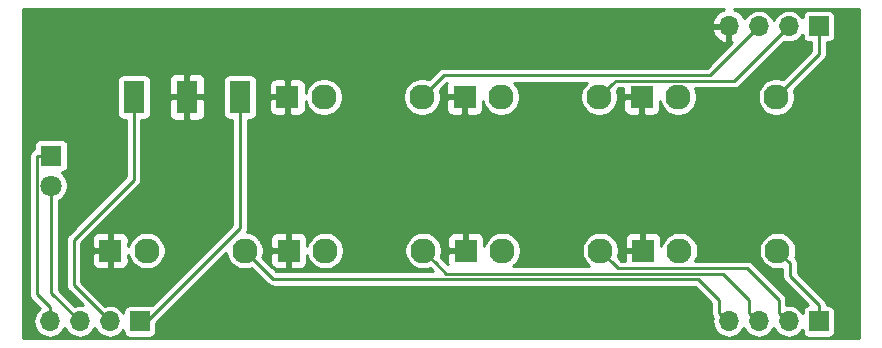
<source format=gbr>
G04 #@! TF.GenerationSoftware,KiCad,Pcbnew,(5.1.4)-1*
G04 #@! TF.CreationDate,2020-09-19T19:50:50+08:00*
G04 #@! TF.ProjectId,Rev2_Panel1,52657632-5f50-4616-9e65-6c312e6b6963,rev?*
G04 #@! TF.SameCoordinates,Original*
G04 #@! TF.FileFunction,Copper,L1,Top*
G04 #@! TF.FilePolarity,Positive*
%FSLAX46Y46*%
G04 Gerber Fmt 4.6, Leading zero omitted, Abs format (unit mm)*
G04 Created by KiCad (PCBNEW (5.1.4)-1) date 2020-09-19 19:50:50*
%MOMM*%
%LPD*%
G04 APERTURE LIST*
%ADD10C,2.130000*%
%ADD11R,1.830000X1.930000*%
%ADD12O,1.700000X1.700000*%
%ADD13R,1.700000X1.700000*%
%ADD14R,1.800000X2.800000*%
%ADD15C,1.800000*%
%ADD16R,1.800000X1.800000*%
%ADD17C,0.800000*%
%ADD18C,0.250000*%
%ADD19C,0.254000*%
G04 APERTURE END LIST*
D10*
X171000000Y-89500000D03*
D11*
X159600000Y-89500000D03*
D10*
X162700000Y-89500000D03*
X185900000Y-76500000D03*
D11*
X174500000Y-76500000D03*
D10*
X177600000Y-76500000D03*
X156000000Y-89500000D03*
D11*
X144600000Y-89500000D03*
D10*
X147700000Y-89500000D03*
D12*
X181880000Y-70500000D03*
X184420000Y-70500000D03*
X186960000Y-70500000D03*
D13*
X189500000Y-70500000D03*
D14*
X131500000Y-76500000D03*
X136000000Y-76500000D03*
X140500000Y-76500000D03*
D10*
X170900000Y-76500000D03*
D11*
X159500000Y-76500000D03*
D10*
X162600000Y-76500000D03*
X155900000Y-76500000D03*
D11*
X144500000Y-76500000D03*
D10*
X147600000Y-76500000D03*
D12*
X124380000Y-95500000D03*
X126920000Y-95500000D03*
X129460000Y-95500000D03*
D13*
X132000000Y-95500000D03*
D12*
X181880000Y-95500000D03*
X184420000Y-95500000D03*
X186960000Y-95500000D03*
D13*
X189500000Y-95500000D03*
D10*
X140900000Y-89500000D03*
D11*
X129500000Y-89500000D03*
D10*
X132600000Y-89500000D03*
D15*
X124500000Y-84000000D03*
D16*
X124500000Y-81460000D03*
D10*
X186000000Y-89500000D03*
D11*
X174600000Y-89500000D03*
D10*
X177700000Y-89500000D03*
D17*
X144500000Y-95500000D03*
X144500000Y-83000000D03*
X174500000Y-83000000D03*
D18*
X189500000Y-72900000D02*
X185900000Y-76500000D01*
X189500000Y-70500000D02*
X189500000Y-72900000D01*
X186000000Y-89500000D02*
X187064999Y-90564999D01*
X189500000Y-95600000D02*
X189500000Y-94100000D01*
X187064999Y-91664999D02*
X189500000Y-94100000D01*
X187064999Y-90564999D02*
X187064999Y-91664999D01*
X157740011Y-74659989D02*
X156964999Y-75435001D01*
X184420000Y-70500000D02*
X180260011Y-74659989D01*
X156964999Y-75435001D02*
X155900000Y-76500000D01*
X180260011Y-74659989D02*
X157740011Y-74659989D01*
X143300020Y-91900020D02*
X141964999Y-90564999D01*
X181030001Y-94750001D02*
X181030001Y-93650001D01*
X181880000Y-95600000D02*
X181030001Y-94750001D01*
X179280020Y-91900020D02*
X143300020Y-91900020D01*
X181030001Y-93650001D02*
X179280020Y-91900020D01*
X141964999Y-90564999D02*
X140900000Y-89500000D01*
X157950010Y-91450010D02*
X157064999Y-90564999D01*
X183570001Y-93650001D02*
X181370010Y-91450010D01*
X184420000Y-95600000D02*
X183570001Y-94750001D01*
X183570001Y-94750001D02*
X183570001Y-93650001D01*
X181370010Y-91450010D02*
X157950010Y-91450010D01*
X157064999Y-90564999D02*
X156000000Y-89500000D01*
X186110001Y-93650001D02*
X183460000Y-91000000D01*
X186960000Y-95600000D02*
X186110001Y-94750001D01*
X172064999Y-90564999D02*
X171000000Y-89500000D01*
X183460000Y-91000000D02*
X172500000Y-91000000D01*
X172500000Y-91000000D02*
X172064999Y-90564999D01*
X186110001Y-94750001D02*
X186110001Y-93650001D01*
X171964999Y-75435001D02*
X170900000Y-76500000D01*
X182350001Y-75109999D02*
X172290001Y-75109999D01*
X186960000Y-70500000D02*
X182350001Y-75109999D01*
X172290001Y-75109999D02*
X171964999Y-75435001D01*
X124500000Y-93080000D02*
X126920000Y-95500000D01*
X124500000Y-84000000D02*
X124500000Y-93080000D01*
X124380000Y-84120000D02*
X124500000Y-84000000D01*
X140500000Y-87600000D02*
X132600000Y-95500000D01*
X140500000Y-76500000D02*
X140500000Y-87600000D01*
X132600000Y-95500000D02*
X131500000Y-95500000D01*
X124380000Y-94297919D02*
X123274999Y-93192918D01*
X124380000Y-95500000D02*
X124380000Y-94297919D01*
X123274999Y-81535001D02*
X123350000Y-81460000D01*
X123274999Y-93192918D02*
X123274999Y-81535001D01*
X123350000Y-81460000D02*
X124500000Y-81460000D01*
X131500000Y-76500000D02*
X131500000Y-83500000D01*
X126420000Y-92460000D02*
X129460000Y-95500000D01*
X126420000Y-88580000D02*
X126420000Y-92460000D01*
X131500000Y-83500000D02*
X126420000Y-88580000D01*
D19*
G36*
X181375901Y-69103175D02*
G01*
X181113080Y-69228359D01*
X180879731Y-69402412D01*
X180684822Y-69618645D01*
X180535843Y-69868748D01*
X180438519Y-70143109D01*
X180559186Y-70373000D01*
X181753000Y-70373000D01*
X181753000Y-70353000D01*
X182007000Y-70353000D01*
X182007000Y-70373000D01*
X182027000Y-70373000D01*
X182027000Y-70627000D01*
X182007000Y-70627000D01*
X182007000Y-71820155D01*
X182118785Y-71879148D01*
X179989945Y-74007989D01*
X157772025Y-74007989D01*
X157740010Y-74004836D01*
X157707996Y-74007989D01*
X157707989Y-74007989D01*
X157624838Y-74016179D01*
X157612196Y-74017424D01*
X157489294Y-74054706D01*
X157376027Y-74115248D01*
X157276747Y-74196725D01*
X157256331Y-74221602D01*
X156526613Y-74951321D01*
X156526608Y-74951325D01*
X156466464Y-75011469D01*
X156364369Y-74969180D01*
X156056798Y-74908000D01*
X155743202Y-74908000D01*
X155435631Y-74969180D01*
X155145905Y-75089188D01*
X154885159Y-75263413D01*
X154663413Y-75485159D01*
X154489188Y-75745905D01*
X154369180Y-76035631D01*
X154308000Y-76343202D01*
X154308000Y-76656798D01*
X154369180Y-76964369D01*
X154489188Y-77254095D01*
X154663413Y-77514841D01*
X154885159Y-77736587D01*
X155145905Y-77910812D01*
X155435631Y-78030820D01*
X155743202Y-78092000D01*
X156056798Y-78092000D01*
X156364369Y-78030820D01*
X156654095Y-77910812D01*
X156914841Y-77736587D01*
X157136587Y-77514841D01*
X157169889Y-77465000D01*
X157946928Y-77465000D01*
X157959188Y-77589482D01*
X157995498Y-77709180D01*
X158054463Y-77819494D01*
X158133815Y-77916185D01*
X158230506Y-77995537D01*
X158340820Y-78054502D01*
X158460518Y-78090812D01*
X158585000Y-78103072D01*
X159214250Y-78100000D01*
X159373000Y-77941250D01*
X159373000Y-76627000D01*
X158108750Y-76627000D01*
X157950000Y-76785750D01*
X157946928Y-77465000D01*
X157169889Y-77465000D01*
X157310812Y-77254095D01*
X157430820Y-76964369D01*
X157492000Y-76656798D01*
X157492000Y-76343202D01*
X157430820Y-76035631D01*
X157388531Y-75933536D01*
X157448675Y-75873392D01*
X157448679Y-75873387D01*
X157979932Y-75342135D01*
X157959188Y-75410518D01*
X157946928Y-75535000D01*
X157950000Y-76214250D01*
X158108750Y-76373000D01*
X159373000Y-76373000D01*
X159373000Y-76353000D01*
X159627000Y-76353000D01*
X159627000Y-76373000D01*
X159647000Y-76373000D01*
X159647000Y-76627000D01*
X159627000Y-76627000D01*
X159627000Y-77941250D01*
X159785750Y-78100000D01*
X160415000Y-78103072D01*
X160539482Y-78090812D01*
X160659180Y-78054502D01*
X160769494Y-77995537D01*
X160866185Y-77916185D01*
X160945537Y-77819494D01*
X161004502Y-77709180D01*
X161040812Y-77589482D01*
X161053072Y-77465000D01*
X161050380Y-76869857D01*
X161069180Y-76964369D01*
X161189188Y-77254095D01*
X161363413Y-77514841D01*
X161585159Y-77736587D01*
X161845905Y-77910812D01*
X162135631Y-78030820D01*
X162443202Y-78092000D01*
X162756798Y-78092000D01*
X163064369Y-78030820D01*
X163354095Y-77910812D01*
X163614841Y-77736587D01*
X163836587Y-77514841D01*
X164010812Y-77254095D01*
X164130820Y-76964369D01*
X164192000Y-76656798D01*
X164192000Y-76343202D01*
X164130820Y-76035631D01*
X164010812Y-75745905D01*
X163836587Y-75485159D01*
X163663417Y-75311989D01*
X169836583Y-75311989D01*
X169663413Y-75485159D01*
X169489188Y-75745905D01*
X169369180Y-76035631D01*
X169308000Y-76343202D01*
X169308000Y-76656798D01*
X169369180Y-76964369D01*
X169489188Y-77254095D01*
X169663413Y-77514841D01*
X169885159Y-77736587D01*
X170145905Y-77910812D01*
X170435631Y-78030820D01*
X170743202Y-78092000D01*
X171056798Y-78092000D01*
X171364369Y-78030820D01*
X171654095Y-77910812D01*
X171914841Y-77736587D01*
X172136587Y-77514841D01*
X172169889Y-77465000D01*
X172946928Y-77465000D01*
X172959188Y-77589482D01*
X172995498Y-77709180D01*
X173054463Y-77819494D01*
X173133815Y-77916185D01*
X173230506Y-77995537D01*
X173340820Y-78054502D01*
X173460518Y-78090812D01*
X173585000Y-78103072D01*
X174214250Y-78100000D01*
X174373000Y-77941250D01*
X174373000Y-76627000D01*
X173108750Y-76627000D01*
X172950000Y-76785750D01*
X172946928Y-77465000D01*
X172169889Y-77465000D01*
X172310812Y-77254095D01*
X172430820Y-76964369D01*
X172492000Y-76656798D01*
X172492000Y-76343202D01*
X172430820Y-76035631D01*
X172388531Y-75933536D01*
X172448675Y-75873392D01*
X172448680Y-75873386D01*
X172560067Y-75761999D01*
X172947955Y-75761999D01*
X172950000Y-76214250D01*
X173108750Y-76373000D01*
X174373000Y-76373000D01*
X174373000Y-76353000D01*
X174627000Y-76353000D01*
X174627000Y-76373000D01*
X174647000Y-76373000D01*
X174647000Y-76627000D01*
X174627000Y-76627000D01*
X174627000Y-77941250D01*
X174785750Y-78100000D01*
X175415000Y-78103072D01*
X175539482Y-78090812D01*
X175659180Y-78054502D01*
X175769494Y-77995537D01*
X175866185Y-77916185D01*
X175945537Y-77819494D01*
X176004502Y-77709180D01*
X176040812Y-77589482D01*
X176053072Y-77465000D01*
X176050380Y-76869857D01*
X176069180Y-76964369D01*
X176189188Y-77254095D01*
X176363413Y-77514841D01*
X176585159Y-77736587D01*
X176845905Y-77910812D01*
X177135631Y-78030820D01*
X177443202Y-78092000D01*
X177756798Y-78092000D01*
X178064369Y-78030820D01*
X178354095Y-77910812D01*
X178614841Y-77736587D01*
X178836587Y-77514841D01*
X179010812Y-77254095D01*
X179130820Y-76964369D01*
X179192000Y-76656798D01*
X179192000Y-76343202D01*
X179130820Y-76035631D01*
X179017478Y-75761999D01*
X182317979Y-75761999D01*
X182350001Y-75765153D01*
X182382023Y-75761999D01*
X182477815Y-75752564D01*
X182600718Y-75715282D01*
X182713985Y-75654740D01*
X182813265Y-75573263D01*
X182833686Y-75548380D01*
X186563411Y-71818656D01*
X186690061Y-71857075D01*
X186892360Y-71877000D01*
X187027640Y-71877000D01*
X187229939Y-71857075D01*
X187489505Y-71778337D01*
X187728721Y-71650473D01*
X187938397Y-71478397D01*
X188110473Y-71268721D01*
X188120451Y-71250054D01*
X188120451Y-71350000D01*
X188130626Y-71453310D01*
X188160761Y-71552650D01*
X188209696Y-71644202D01*
X188275552Y-71724448D01*
X188355798Y-71790304D01*
X188447350Y-71839239D01*
X188546690Y-71869374D01*
X188650000Y-71879549D01*
X188848001Y-71879549D01*
X188848001Y-72629932D01*
X186466465Y-75011469D01*
X186364369Y-74969180D01*
X186056798Y-74908000D01*
X185743202Y-74908000D01*
X185435631Y-74969180D01*
X185145905Y-75089188D01*
X184885159Y-75263413D01*
X184663413Y-75485159D01*
X184489188Y-75745905D01*
X184369180Y-76035631D01*
X184308000Y-76343202D01*
X184308000Y-76656798D01*
X184369180Y-76964369D01*
X184489188Y-77254095D01*
X184663413Y-77514841D01*
X184885159Y-77736587D01*
X185145905Y-77910812D01*
X185435631Y-78030820D01*
X185743202Y-78092000D01*
X186056798Y-78092000D01*
X186364369Y-78030820D01*
X186654095Y-77910812D01*
X186914841Y-77736587D01*
X187136587Y-77514841D01*
X187310812Y-77254095D01*
X187430820Y-76964369D01*
X187492000Y-76656798D01*
X187492000Y-76343202D01*
X187430820Y-76035631D01*
X187388531Y-75933535D01*
X189938387Y-73383680D01*
X189963264Y-73363264D01*
X190044741Y-73263984D01*
X190105283Y-73150717D01*
X190142565Y-73027814D01*
X190152000Y-72932022D01*
X190155154Y-72900000D01*
X190152000Y-72867978D01*
X190152000Y-71879549D01*
X190350000Y-71879549D01*
X190453310Y-71869374D01*
X190552650Y-71839239D01*
X190644202Y-71790304D01*
X190724448Y-71724448D01*
X190790304Y-71644202D01*
X190839239Y-71552650D01*
X190869374Y-71453310D01*
X190879549Y-71350000D01*
X190879549Y-69650000D01*
X190869374Y-69546690D01*
X190839239Y-69447350D01*
X190790304Y-69355798D01*
X190724448Y-69275552D01*
X190644202Y-69209696D01*
X190552650Y-69160761D01*
X190453310Y-69130626D01*
X190350000Y-69120451D01*
X188650000Y-69120451D01*
X188546690Y-69130626D01*
X188447350Y-69160761D01*
X188355798Y-69209696D01*
X188275552Y-69275552D01*
X188209696Y-69355798D01*
X188160761Y-69447350D01*
X188130626Y-69546690D01*
X188120451Y-69650000D01*
X188120451Y-69749946D01*
X188110473Y-69731279D01*
X187938397Y-69521603D01*
X187728721Y-69349527D01*
X187489505Y-69221663D01*
X187229939Y-69142925D01*
X187027640Y-69123000D01*
X186892360Y-69123000D01*
X186690061Y-69142925D01*
X186430495Y-69221663D01*
X186191279Y-69349527D01*
X185981603Y-69521603D01*
X185809527Y-69731279D01*
X185690000Y-69954898D01*
X185570473Y-69731279D01*
X185398397Y-69521603D01*
X185188721Y-69349527D01*
X184949505Y-69221663D01*
X184689939Y-69142925D01*
X184487640Y-69123000D01*
X184352360Y-69123000D01*
X184150061Y-69142925D01*
X183890495Y-69221663D01*
X183651279Y-69349527D01*
X183441603Y-69521603D01*
X183269527Y-69731279D01*
X183209342Y-69843877D01*
X183075178Y-69618645D01*
X182880269Y-69402412D01*
X182646920Y-69228359D01*
X182384099Y-69103175D01*
X182297803Y-69077000D01*
X192923001Y-69077000D01*
X192923000Y-96923000D01*
X122077000Y-96923000D01*
X122077000Y-81535001D01*
X122619845Y-81535001D01*
X122623000Y-81567033D01*
X122622999Y-93160896D01*
X122619845Y-93192918D01*
X122622999Y-93224939D01*
X122632434Y-93320731D01*
X122669716Y-93443634D01*
X122730258Y-93556901D01*
X122811735Y-93656182D01*
X122836618Y-93676603D01*
X123555400Y-94395386D01*
X123401603Y-94521603D01*
X123229527Y-94731279D01*
X123101663Y-94970495D01*
X123022925Y-95230061D01*
X122996338Y-95500000D01*
X123022925Y-95769939D01*
X123101663Y-96029505D01*
X123229527Y-96268721D01*
X123401603Y-96478397D01*
X123611279Y-96650473D01*
X123850495Y-96778337D01*
X124110061Y-96857075D01*
X124312360Y-96877000D01*
X124447640Y-96877000D01*
X124649939Y-96857075D01*
X124909505Y-96778337D01*
X125148721Y-96650473D01*
X125358397Y-96478397D01*
X125530473Y-96268721D01*
X125650000Y-96045102D01*
X125769527Y-96268721D01*
X125941603Y-96478397D01*
X126151279Y-96650473D01*
X126390495Y-96778337D01*
X126650061Y-96857075D01*
X126852360Y-96877000D01*
X126987640Y-96877000D01*
X127189939Y-96857075D01*
X127449505Y-96778337D01*
X127688721Y-96650473D01*
X127898397Y-96478397D01*
X128070473Y-96268721D01*
X128190000Y-96045102D01*
X128309527Y-96268721D01*
X128481603Y-96478397D01*
X128691279Y-96650473D01*
X128930495Y-96778337D01*
X129190061Y-96857075D01*
X129392360Y-96877000D01*
X129527640Y-96877000D01*
X129729939Y-96857075D01*
X129989505Y-96778337D01*
X130228721Y-96650473D01*
X130438397Y-96478397D01*
X130610473Y-96268721D01*
X130620451Y-96250054D01*
X130620451Y-96350000D01*
X130630626Y-96453310D01*
X130660761Y-96552650D01*
X130709696Y-96644202D01*
X130775552Y-96724448D01*
X130855798Y-96790304D01*
X130947350Y-96839239D01*
X131046690Y-96869374D01*
X131150000Y-96879549D01*
X132850000Y-96879549D01*
X132953310Y-96869374D01*
X133052650Y-96839239D01*
X133144202Y-96790304D01*
X133224448Y-96724448D01*
X133290304Y-96644202D01*
X133339239Y-96552650D01*
X133369374Y-96453310D01*
X133379549Y-96350000D01*
X133379549Y-95642517D01*
X139317502Y-89704565D01*
X139369180Y-89964369D01*
X139489188Y-90254095D01*
X139663413Y-90514841D01*
X139885159Y-90736587D01*
X140145905Y-90910812D01*
X140435631Y-91030820D01*
X140743202Y-91092000D01*
X141056798Y-91092000D01*
X141364369Y-91030820D01*
X141466464Y-90988531D01*
X141526608Y-91048675D01*
X141526613Y-91048679D01*
X142816340Y-92338407D01*
X142836756Y-92363284D01*
X142936036Y-92444761D01*
X143049303Y-92505303D01*
X143172205Y-92542585D01*
X143300020Y-92555174D01*
X143332042Y-92552020D01*
X179009954Y-92552020D01*
X180378002Y-93920069D01*
X180378001Y-94717978D01*
X180374847Y-94750001D01*
X180387436Y-94877815D01*
X180415550Y-94970495D01*
X180424718Y-95000717D01*
X180485260Y-95113984D01*
X180538469Y-95178820D01*
X180522925Y-95230061D01*
X180496338Y-95500000D01*
X180522925Y-95769939D01*
X180601663Y-96029505D01*
X180729527Y-96268721D01*
X180901603Y-96478397D01*
X181111279Y-96650473D01*
X181350495Y-96778337D01*
X181610061Y-96857075D01*
X181812360Y-96877000D01*
X181947640Y-96877000D01*
X182149939Y-96857075D01*
X182409505Y-96778337D01*
X182648721Y-96650473D01*
X182858397Y-96478397D01*
X183030473Y-96268721D01*
X183150000Y-96045102D01*
X183269527Y-96268721D01*
X183441603Y-96478397D01*
X183651279Y-96650473D01*
X183890495Y-96778337D01*
X184150061Y-96857075D01*
X184352360Y-96877000D01*
X184487640Y-96877000D01*
X184689939Y-96857075D01*
X184949505Y-96778337D01*
X185188721Y-96650473D01*
X185398397Y-96478397D01*
X185570473Y-96268721D01*
X185690000Y-96045102D01*
X185809527Y-96268721D01*
X185981603Y-96478397D01*
X186191279Y-96650473D01*
X186430495Y-96778337D01*
X186690061Y-96857075D01*
X186892360Y-96877000D01*
X187027640Y-96877000D01*
X187229939Y-96857075D01*
X187489505Y-96778337D01*
X187728721Y-96650473D01*
X187938397Y-96478397D01*
X188110473Y-96268721D01*
X188120451Y-96250054D01*
X188120451Y-96350000D01*
X188130626Y-96453310D01*
X188160761Y-96552650D01*
X188209696Y-96644202D01*
X188275552Y-96724448D01*
X188355798Y-96790304D01*
X188447350Y-96839239D01*
X188546690Y-96869374D01*
X188650000Y-96879549D01*
X190350000Y-96879549D01*
X190453310Y-96869374D01*
X190552650Y-96839239D01*
X190644202Y-96790304D01*
X190724448Y-96724448D01*
X190790304Y-96644202D01*
X190839239Y-96552650D01*
X190869374Y-96453310D01*
X190879549Y-96350000D01*
X190879549Y-94650000D01*
X190869374Y-94546690D01*
X190839239Y-94447350D01*
X190790304Y-94355798D01*
X190724448Y-94275552D01*
X190644202Y-94209696D01*
X190552650Y-94160761D01*
X190453310Y-94130626D01*
X190350000Y-94120451D01*
X190153139Y-94120451D01*
X190155153Y-94099999D01*
X190152000Y-94067985D01*
X190152000Y-94067978D01*
X190142565Y-93972186D01*
X190130962Y-93933934D01*
X190105283Y-93849283D01*
X190077979Y-93798201D01*
X190044741Y-93736016D01*
X189963264Y-93636736D01*
X189938387Y-93616320D01*
X187716999Y-91394933D01*
X187716999Y-90597020D01*
X187720153Y-90564998D01*
X187707564Y-90437184D01*
X187670282Y-90314282D01*
X187609740Y-90201015D01*
X187528263Y-90101735D01*
X187503387Y-90081320D01*
X187488531Y-90066464D01*
X187530820Y-89964369D01*
X187592000Y-89656798D01*
X187592000Y-89343202D01*
X187530820Y-89035631D01*
X187410812Y-88745905D01*
X187236587Y-88485159D01*
X187014841Y-88263413D01*
X186754095Y-88089188D01*
X186464369Y-87969180D01*
X186156798Y-87908000D01*
X185843202Y-87908000D01*
X185535631Y-87969180D01*
X185245905Y-88089188D01*
X184985159Y-88263413D01*
X184763413Y-88485159D01*
X184589188Y-88745905D01*
X184469180Y-89035631D01*
X184408000Y-89343202D01*
X184408000Y-89656798D01*
X184469180Y-89964369D01*
X184589188Y-90254095D01*
X184763413Y-90514841D01*
X184985159Y-90736587D01*
X185245905Y-90910812D01*
X185535631Y-91030820D01*
X185843202Y-91092000D01*
X186156798Y-91092000D01*
X186412999Y-91041038D01*
X186413000Y-91632967D01*
X186409845Y-91664999D01*
X186422434Y-91792813D01*
X186459716Y-91915715D01*
X186459717Y-91915716D01*
X186520259Y-92028983D01*
X186601736Y-92128263D01*
X186626613Y-92148679D01*
X188603012Y-94125079D01*
X188546690Y-94130626D01*
X188447350Y-94160761D01*
X188355798Y-94209696D01*
X188275552Y-94275552D01*
X188209696Y-94355798D01*
X188160761Y-94447350D01*
X188130626Y-94546690D01*
X188120451Y-94650000D01*
X188120451Y-94749946D01*
X188110473Y-94731279D01*
X187938397Y-94521603D01*
X187728721Y-94349527D01*
X187489505Y-94221663D01*
X187229939Y-94142925D01*
X187027640Y-94123000D01*
X186892360Y-94123000D01*
X186762001Y-94135839D01*
X186762001Y-93682015D01*
X186765154Y-93650000D01*
X186762001Y-93617986D01*
X186762001Y-93617979D01*
X186752566Y-93522187D01*
X186715284Y-93399284D01*
X186654742Y-93286017D01*
X186573265Y-93186737D01*
X186548388Y-93166321D01*
X183943685Y-90561619D01*
X183923264Y-90536736D01*
X183823984Y-90455259D01*
X183710717Y-90394717D01*
X183587814Y-90357435D01*
X183492022Y-90348000D01*
X183460000Y-90344846D01*
X183427978Y-90348000D01*
X179048067Y-90348000D01*
X179110812Y-90254095D01*
X179230820Y-89964369D01*
X179292000Y-89656798D01*
X179292000Y-89343202D01*
X179230820Y-89035631D01*
X179110812Y-88745905D01*
X178936587Y-88485159D01*
X178714841Y-88263413D01*
X178454095Y-88089188D01*
X178164369Y-87969180D01*
X177856798Y-87908000D01*
X177543202Y-87908000D01*
X177235631Y-87969180D01*
X176945905Y-88089188D01*
X176685159Y-88263413D01*
X176463413Y-88485159D01*
X176289188Y-88745905D01*
X176169180Y-89035631D01*
X176150380Y-89130143D01*
X176153072Y-88535000D01*
X176140812Y-88410518D01*
X176104502Y-88290820D01*
X176045537Y-88180506D01*
X175966185Y-88083815D01*
X175869494Y-88004463D01*
X175759180Y-87945498D01*
X175639482Y-87909188D01*
X175515000Y-87896928D01*
X174885750Y-87900000D01*
X174727000Y-88058750D01*
X174727000Y-89373000D01*
X174747000Y-89373000D01*
X174747000Y-89627000D01*
X174727000Y-89627000D01*
X174727000Y-89647000D01*
X174473000Y-89647000D01*
X174473000Y-89627000D01*
X173208750Y-89627000D01*
X173050000Y-89785750D01*
X173047457Y-90348000D01*
X172770066Y-90348000D01*
X172548680Y-90126614D01*
X172548675Y-90126608D01*
X172488531Y-90066464D01*
X172530820Y-89964369D01*
X172592000Y-89656798D01*
X172592000Y-89343202D01*
X172530820Y-89035631D01*
X172410812Y-88745905D01*
X172269890Y-88535000D01*
X173046928Y-88535000D01*
X173050000Y-89214250D01*
X173208750Y-89373000D01*
X174473000Y-89373000D01*
X174473000Y-88058750D01*
X174314250Y-87900000D01*
X173685000Y-87896928D01*
X173560518Y-87909188D01*
X173440820Y-87945498D01*
X173330506Y-88004463D01*
X173233815Y-88083815D01*
X173154463Y-88180506D01*
X173095498Y-88290820D01*
X173059188Y-88410518D01*
X173046928Y-88535000D01*
X172269890Y-88535000D01*
X172236587Y-88485159D01*
X172014841Y-88263413D01*
X171754095Y-88089188D01*
X171464369Y-87969180D01*
X171156798Y-87908000D01*
X170843202Y-87908000D01*
X170535631Y-87969180D01*
X170245905Y-88089188D01*
X169985159Y-88263413D01*
X169763413Y-88485159D01*
X169589188Y-88745905D01*
X169469180Y-89035631D01*
X169408000Y-89343202D01*
X169408000Y-89656798D01*
X169469180Y-89964369D01*
X169589188Y-90254095D01*
X169763413Y-90514841D01*
X169985159Y-90736587D01*
X170077085Y-90798010D01*
X163622915Y-90798010D01*
X163714841Y-90736587D01*
X163936587Y-90514841D01*
X164110812Y-90254095D01*
X164230820Y-89964369D01*
X164292000Y-89656798D01*
X164292000Y-89343202D01*
X164230820Y-89035631D01*
X164110812Y-88745905D01*
X163936587Y-88485159D01*
X163714841Y-88263413D01*
X163454095Y-88089188D01*
X163164369Y-87969180D01*
X162856798Y-87908000D01*
X162543202Y-87908000D01*
X162235631Y-87969180D01*
X161945905Y-88089188D01*
X161685159Y-88263413D01*
X161463413Y-88485159D01*
X161289188Y-88745905D01*
X161169180Y-89035631D01*
X161150380Y-89130143D01*
X161153072Y-88535000D01*
X161140812Y-88410518D01*
X161104502Y-88290820D01*
X161045537Y-88180506D01*
X160966185Y-88083815D01*
X160869494Y-88004463D01*
X160759180Y-87945498D01*
X160639482Y-87909188D01*
X160515000Y-87896928D01*
X159885750Y-87900000D01*
X159727000Y-88058750D01*
X159727000Y-89373000D01*
X159747000Y-89373000D01*
X159747000Y-89627000D01*
X159727000Y-89627000D01*
X159727000Y-89647000D01*
X159473000Y-89647000D01*
X159473000Y-89627000D01*
X158208750Y-89627000D01*
X158050000Y-89785750D01*
X158046928Y-90465000D01*
X158059188Y-90589482D01*
X158079932Y-90657865D01*
X157548679Y-90126613D01*
X157548675Y-90126608D01*
X157488531Y-90066464D01*
X157530820Y-89964369D01*
X157592000Y-89656798D01*
X157592000Y-89343202D01*
X157530820Y-89035631D01*
X157410812Y-88745905D01*
X157269890Y-88535000D01*
X158046928Y-88535000D01*
X158050000Y-89214250D01*
X158208750Y-89373000D01*
X159473000Y-89373000D01*
X159473000Y-88058750D01*
X159314250Y-87900000D01*
X158685000Y-87896928D01*
X158560518Y-87909188D01*
X158440820Y-87945498D01*
X158330506Y-88004463D01*
X158233815Y-88083815D01*
X158154463Y-88180506D01*
X158095498Y-88290820D01*
X158059188Y-88410518D01*
X158046928Y-88535000D01*
X157269890Y-88535000D01*
X157236587Y-88485159D01*
X157014841Y-88263413D01*
X156754095Y-88089188D01*
X156464369Y-87969180D01*
X156156798Y-87908000D01*
X155843202Y-87908000D01*
X155535631Y-87969180D01*
X155245905Y-88089188D01*
X154985159Y-88263413D01*
X154763413Y-88485159D01*
X154589188Y-88745905D01*
X154469180Y-89035631D01*
X154408000Y-89343202D01*
X154408000Y-89656798D01*
X154469180Y-89964369D01*
X154589188Y-90254095D01*
X154763413Y-90514841D01*
X154985159Y-90736587D01*
X155245905Y-90910812D01*
X155535631Y-91030820D01*
X155843202Y-91092000D01*
X156156798Y-91092000D01*
X156464369Y-91030820D01*
X156566464Y-90988531D01*
X156626608Y-91048675D01*
X156626613Y-91048679D01*
X156825954Y-91248020D01*
X143570087Y-91248020D01*
X143258556Y-90936489D01*
X143330506Y-90995537D01*
X143440820Y-91054502D01*
X143560518Y-91090812D01*
X143685000Y-91103072D01*
X144314250Y-91100000D01*
X144473000Y-90941250D01*
X144473000Y-89627000D01*
X143208750Y-89627000D01*
X143050000Y-89785750D01*
X143046928Y-90465000D01*
X143059188Y-90589482D01*
X143095498Y-90709180D01*
X143154463Y-90819494D01*
X143213511Y-90891444D01*
X142448679Y-90126613D01*
X142448675Y-90126608D01*
X142388531Y-90066464D01*
X142430820Y-89964369D01*
X142492000Y-89656798D01*
X142492000Y-89343202D01*
X142430820Y-89035631D01*
X142310812Y-88745905D01*
X142169890Y-88535000D01*
X143046928Y-88535000D01*
X143050000Y-89214250D01*
X143208750Y-89373000D01*
X144473000Y-89373000D01*
X144473000Y-88058750D01*
X144727000Y-88058750D01*
X144727000Y-89373000D01*
X144747000Y-89373000D01*
X144747000Y-89627000D01*
X144727000Y-89627000D01*
X144727000Y-90941250D01*
X144885750Y-91100000D01*
X145515000Y-91103072D01*
X145639482Y-91090812D01*
X145759180Y-91054502D01*
X145869494Y-90995537D01*
X145966185Y-90916185D01*
X146045537Y-90819494D01*
X146104502Y-90709180D01*
X146140812Y-90589482D01*
X146153072Y-90465000D01*
X146150380Y-89869857D01*
X146169180Y-89964369D01*
X146289188Y-90254095D01*
X146463413Y-90514841D01*
X146685159Y-90736587D01*
X146945905Y-90910812D01*
X147235631Y-91030820D01*
X147543202Y-91092000D01*
X147856798Y-91092000D01*
X148164369Y-91030820D01*
X148454095Y-90910812D01*
X148714841Y-90736587D01*
X148936587Y-90514841D01*
X149110812Y-90254095D01*
X149230820Y-89964369D01*
X149292000Y-89656798D01*
X149292000Y-89343202D01*
X149230820Y-89035631D01*
X149110812Y-88745905D01*
X148936587Y-88485159D01*
X148714841Y-88263413D01*
X148454095Y-88089188D01*
X148164369Y-87969180D01*
X147856798Y-87908000D01*
X147543202Y-87908000D01*
X147235631Y-87969180D01*
X146945905Y-88089188D01*
X146685159Y-88263413D01*
X146463413Y-88485159D01*
X146289188Y-88745905D01*
X146169180Y-89035631D01*
X146150380Y-89130143D01*
X146153072Y-88535000D01*
X146140812Y-88410518D01*
X146104502Y-88290820D01*
X146045537Y-88180506D01*
X145966185Y-88083815D01*
X145869494Y-88004463D01*
X145759180Y-87945498D01*
X145639482Y-87909188D01*
X145515000Y-87896928D01*
X144885750Y-87900000D01*
X144727000Y-88058750D01*
X144473000Y-88058750D01*
X144314250Y-87900000D01*
X143685000Y-87896928D01*
X143560518Y-87909188D01*
X143440820Y-87945498D01*
X143330506Y-88004463D01*
X143233815Y-88083815D01*
X143154463Y-88180506D01*
X143095498Y-88290820D01*
X143059188Y-88410518D01*
X143046928Y-88535000D01*
X142169890Y-88535000D01*
X142136587Y-88485159D01*
X141914841Y-88263413D01*
X141654095Y-88089188D01*
X141364369Y-87969180D01*
X141072948Y-87911212D01*
X141105283Y-87850717D01*
X141142565Y-87727814D01*
X141152000Y-87632022D01*
X141155154Y-87600001D01*
X141152000Y-87567979D01*
X141152000Y-78429549D01*
X141400000Y-78429549D01*
X141503310Y-78419374D01*
X141602650Y-78389239D01*
X141694202Y-78340304D01*
X141774448Y-78274448D01*
X141840304Y-78194202D01*
X141889239Y-78102650D01*
X141919374Y-78003310D01*
X141929549Y-77900000D01*
X141929549Y-77465000D01*
X142946928Y-77465000D01*
X142959188Y-77589482D01*
X142995498Y-77709180D01*
X143054463Y-77819494D01*
X143133815Y-77916185D01*
X143230506Y-77995537D01*
X143340820Y-78054502D01*
X143460518Y-78090812D01*
X143585000Y-78103072D01*
X144214250Y-78100000D01*
X144373000Y-77941250D01*
X144373000Y-76627000D01*
X143108750Y-76627000D01*
X142950000Y-76785750D01*
X142946928Y-77465000D01*
X141929549Y-77465000D01*
X141929549Y-75535000D01*
X142946928Y-75535000D01*
X142950000Y-76214250D01*
X143108750Y-76373000D01*
X144373000Y-76373000D01*
X144373000Y-75058750D01*
X144627000Y-75058750D01*
X144627000Y-76373000D01*
X144647000Y-76373000D01*
X144647000Y-76627000D01*
X144627000Y-76627000D01*
X144627000Y-77941250D01*
X144785750Y-78100000D01*
X145415000Y-78103072D01*
X145539482Y-78090812D01*
X145659180Y-78054502D01*
X145769494Y-77995537D01*
X145866185Y-77916185D01*
X145945537Y-77819494D01*
X146004502Y-77709180D01*
X146040812Y-77589482D01*
X146053072Y-77465000D01*
X146050380Y-76869857D01*
X146069180Y-76964369D01*
X146189188Y-77254095D01*
X146363413Y-77514841D01*
X146585159Y-77736587D01*
X146845905Y-77910812D01*
X147135631Y-78030820D01*
X147443202Y-78092000D01*
X147756798Y-78092000D01*
X148064369Y-78030820D01*
X148354095Y-77910812D01*
X148614841Y-77736587D01*
X148836587Y-77514841D01*
X149010812Y-77254095D01*
X149130820Y-76964369D01*
X149192000Y-76656798D01*
X149192000Y-76343202D01*
X149130820Y-76035631D01*
X149010812Y-75745905D01*
X148836587Y-75485159D01*
X148614841Y-75263413D01*
X148354095Y-75089188D01*
X148064369Y-74969180D01*
X147756798Y-74908000D01*
X147443202Y-74908000D01*
X147135631Y-74969180D01*
X146845905Y-75089188D01*
X146585159Y-75263413D01*
X146363413Y-75485159D01*
X146189188Y-75745905D01*
X146069180Y-76035631D01*
X146050380Y-76130143D01*
X146053072Y-75535000D01*
X146040812Y-75410518D01*
X146004502Y-75290820D01*
X145945537Y-75180506D01*
X145866185Y-75083815D01*
X145769494Y-75004463D01*
X145659180Y-74945498D01*
X145539482Y-74909188D01*
X145415000Y-74896928D01*
X144785750Y-74900000D01*
X144627000Y-75058750D01*
X144373000Y-75058750D01*
X144214250Y-74900000D01*
X143585000Y-74896928D01*
X143460518Y-74909188D01*
X143340820Y-74945498D01*
X143230506Y-75004463D01*
X143133815Y-75083815D01*
X143054463Y-75180506D01*
X142995498Y-75290820D01*
X142959188Y-75410518D01*
X142946928Y-75535000D01*
X141929549Y-75535000D01*
X141929549Y-75100000D01*
X141919374Y-74996690D01*
X141889239Y-74897350D01*
X141840304Y-74805798D01*
X141774448Y-74725552D01*
X141694202Y-74659696D01*
X141602650Y-74610761D01*
X141503310Y-74580626D01*
X141400000Y-74570451D01*
X139600000Y-74570451D01*
X139496690Y-74580626D01*
X139397350Y-74610761D01*
X139305798Y-74659696D01*
X139225552Y-74725552D01*
X139159696Y-74805798D01*
X139110761Y-74897350D01*
X139080626Y-74996690D01*
X139070451Y-75100000D01*
X139070451Y-77900000D01*
X139080626Y-78003310D01*
X139110761Y-78102650D01*
X139159696Y-78194202D01*
X139225552Y-78274448D01*
X139305798Y-78340304D01*
X139397350Y-78389239D01*
X139496690Y-78419374D01*
X139600000Y-78429549D01*
X139848000Y-78429549D01*
X139848001Y-87329932D01*
X133025430Y-94152504D01*
X132953310Y-94130626D01*
X132850000Y-94120451D01*
X131150000Y-94120451D01*
X131046690Y-94130626D01*
X130947350Y-94160761D01*
X130855798Y-94209696D01*
X130775552Y-94275552D01*
X130709696Y-94355798D01*
X130660761Y-94447350D01*
X130630626Y-94546690D01*
X130620451Y-94650000D01*
X130620451Y-94749946D01*
X130610473Y-94731279D01*
X130438397Y-94521603D01*
X130228721Y-94349527D01*
X129989505Y-94221663D01*
X129729939Y-94142925D01*
X129527640Y-94123000D01*
X129392360Y-94123000D01*
X129190061Y-94142925D01*
X129063410Y-94181344D01*
X127072000Y-92189934D01*
X127072000Y-90465000D01*
X127946928Y-90465000D01*
X127959188Y-90589482D01*
X127995498Y-90709180D01*
X128054463Y-90819494D01*
X128133815Y-90916185D01*
X128230506Y-90995537D01*
X128340820Y-91054502D01*
X128460518Y-91090812D01*
X128585000Y-91103072D01*
X129214250Y-91100000D01*
X129373000Y-90941250D01*
X129373000Y-89627000D01*
X128108750Y-89627000D01*
X127950000Y-89785750D01*
X127946928Y-90465000D01*
X127072000Y-90465000D01*
X127072000Y-88850066D01*
X127387066Y-88535000D01*
X127946928Y-88535000D01*
X127950000Y-89214250D01*
X128108750Y-89373000D01*
X129373000Y-89373000D01*
X129373000Y-88058750D01*
X129627000Y-88058750D01*
X129627000Y-89373000D01*
X129647000Y-89373000D01*
X129647000Y-89627000D01*
X129627000Y-89627000D01*
X129627000Y-90941250D01*
X129785750Y-91100000D01*
X130415000Y-91103072D01*
X130539482Y-91090812D01*
X130659180Y-91054502D01*
X130769494Y-90995537D01*
X130866185Y-90916185D01*
X130945537Y-90819494D01*
X131004502Y-90709180D01*
X131040812Y-90589482D01*
X131053072Y-90465000D01*
X131050380Y-89869857D01*
X131069180Y-89964369D01*
X131189188Y-90254095D01*
X131363413Y-90514841D01*
X131585159Y-90736587D01*
X131845905Y-90910812D01*
X132135631Y-91030820D01*
X132443202Y-91092000D01*
X132756798Y-91092000D01*
X133064369Y-91030820D01*
X133354095Y-90910812D01*
X133614841Y-90736587D01*
X133836587Y-90514841D01*
X134010812Y-90254095D01*
X134130820Y-89964369D01*
X134192000Y-89656798D01*
X134192000Y-89343202D01*
X134130820Y-89035631D01*
X134010812Y-88745905D01*
X133836587Y-88485159D01*
X133614841Y-88263413D01*
X133354095Y-88089188D01*
X133064369Y-87969180D01*
X132756798Y-87908000D01*
X132443202Y-87908000D01*
X132135631Y-87969180D01*
X131845905Y-88089188D01*
X131585159Y-88263413D01*
X131363413Y-88485159D01*
X131189188Y-88745905D01*
X131069180Y-89035631D01*
X131050380Y-89130143D01*
X131053072Y-88535000D01*
X131040812Y-88410518D01*
X131004502Y-88290820D01*
X130945537Y-88180506D01*
X130866185Y-88083815D01*
X130769494Y-88004463D01*
X130659180Y-87945498D01*
X130539482Y-87909188D01*
X130415000Y-87896928D01*
X129785750Y-87900000D01*
X129627000Y-88058750D01*
X129373000Y-88058750D01*
X129214250Y-87900000D01*
X128585000Y-87896928D01*
X128460518Y-87909188D01*
X128340820Y-87945498D01*
X128230506Y-88004463D01*
X128133815Y-88083815D01*
X128054463Y-88180506D01*
X127995498Y-88290820D01*
X127959188Y-88410518D01*
X127946928Y-88535000D01*
X127387066Y-88535000D01*
X131938387Y-83983680D01*
X131963264Y-83963264D01*
X132044741Y-83863984D01*
X132105283Y-83750717D01*
X132142565Y-83627814D01*
X132152000Y-83532022D01*
X132155154Y-83500000D01*
X132152000Y-83467978D01*
X132152000Y-78429549D01*
X132400000Y-78429549D01*
X132503310Y-78419374D01*
X132602650Y-78389239D01*
X132694202Y-78340304D01*
X132774448Y-78274448D01*
X132840304Y-78194202D01*
X132889239Y-78102650D01*
X132919374Y-78003310D01*
X132929549Y-77900000D01*
X134461928Y-77900000D01*
X134474188Y-78024482D01*
X134510498Y-78144180D01*
X134569463Y-78254494D01*
X134648815Y-78351185D01*
X134745506Y-78430537D01*
X134855820Y-78489502D01*
X134975518Y-78525812D01*
X135100000Y-78538072D01*
X135714250Y-78535000D01*
X135873000Y-78376250D01*
X135873000Y-76627000D01*
X136127000Y-76627000D01*
X136127000Y-78376250D01*
X136285750Y-78535000D01*
X136900000Y-78538072D01*
X137024482Y-78525812D01*
X137144180Y-78489502D01*
X137254494Y-78430537D01*
X137351185Y-78351185D01*
X137430537Y-78254494D01*
X137489502Y-78144180D01*
X137525812Y-78024482D01*
X137538072Y-77900000D01*
X137535000Y-76785750D01*
X137376250Y-76627000D01*
X136127000Y-76627000D01*
X135873000Y-76627000D01*
X134623750Y-76627000D01*
X134465000Y-76785750D01*
X134461928Y-77900000D01*
X132929549Y-77900000D01*
X132929549Y-75100000D01*
X134461928Y-75100000D01*
X134465000Y-76214250D01*
X134623750Y-76373000D01*
X135873000Y-76373000D01*
X135873000Y-74623750D01*
X136127000Y-74623750D01*
X136127000Y-76373000D01*
X137376250Y-76373000D01*
X137535000Y-76214250D01*
X137538072Y-75100000D01*
X137525812Y-74975518D01*
X137489502Y-74855820D01*
X137430537Y-74745506D01*
X137351185Y-74648815D01*
X137254494Y-74569463D01*
X137144180Y-74510498D01*
X137024482Y-74474188D01*
X136900000Y-74461928D01*
X136285750Y-74465000D01*
X136127000Y-74623750D01*
X135873000Y-74623750D01*
X135714250Y-74465000D01*
X135100000Y-74461928D01*
X134975518Y-74474188D01*
X134855820Y-74510498D01*
X134745506Y-74569463D01*
X134648815Y-74648815D01*
X134569463Y-74745506D01*
X134510498Y-74855820D01*
X134474188Y-74975518D01*
X134461928Y-75100000D01*
X132929549Y-75100000D01*
X132919374Y-74996690D01*
X132889239Y-74897350D01*
X132840304Y-74805798D01*
X132774448Y-74725552D01*
X132694202Y-74659696D01*
X132602650Y-74610761D01*
X132503310Y-74580626D01*
X132400000Y-74570451D01*
X130600000Y-74570451D01*
X130496690Y-74580626D01*
X130397350Y-74610761D01*
X130305798Y-74659696D01*
X130225552Y-74725552D01*
X130159696Y-74805798D01*
X130110761Y-74897350D01*
X130080626Y-74996690D01*
X130070451Y-75100000D01*
X130070451Y-77900000D01*
X130080626Y-78003310D01*
X130110761Y-78102650D01*
X130159696Y-78194202D01*
X130225552Y-78274448D01*
X130305798Y-78340304D01*
X130397350Y-78389239D01*
X130496690Y-78419374D01*
X130600000Y-78429549D01*
X130848000Y-78429549D01*
X130848001Y-83229932D01*
X125981619Y-88096315D01*
X125956736Y-88116736D01*
X125875259Y-88216017D01*
X125814718Y-88329283D01*
X125814717Y-88329284D01*
X125777435Y-88452186D01*
X125764846Y-88580000D01*
X125768000Y-88612022D01*
X125768001Y-92427968D01*
X125764846Y-92460000D01*
X125777435Y-92587814D01*
X125814717Y-92710716D01*
X125824840Y-92729655D01*
X125875260Y-92823984D01*
X125956737Y-92923264D01*
X125981614Y-92943680D01*
X127179867Y-94141933D01*
X126987640Y-94123000D01*
X126852360Y-94123000D01*
X126650061Y-94142925D01*
X126523410Y-94181344D01*
X125152000Y-92809934D01*
X125152000Y-85274507D01*
X125175938Y-85264591D01*
X125409660Y-85108424D01*
X125608424Y-84909660D01*
X125764591Y-84675938D01*
X125872162Y-84416241D01*
X125927000Y-84140547D01*
X125927000Y-83859453D01*
X125872162Y-83583759D01*
X125764591Y-83324062D01*
X125608424Y-83090340D01*
X125409660Y-82891576D01*
X125405775Y-82888980D01*
X125503310Y-82879374D01*
X125602650Y-82849239D01*
X125694202Y-82800304D01*
X125774448Y-82734448D01*
X125840304Y-82654202D01*
X125889239Y-82562650D01*
X125919374Y-82463310D01*
X125929549Y-82360000D01*
X125929549Y-80560000D01*
X125919374Y-80456690D01*
X125889239Y-80357350D01*
X125840304Y-80265798D01*
X125774448Y-80185552D01*
X125694202Y-80119696D01*
X125602650Y-80070761D01*
X125503310Y-80040626D01*
X125400000Y-80030451D01*
X123600000Y-80030451D01*
X123496690Y-80040626D01*
X123397350Y-80070761D01*
X123305798Y-80119696D01*
X123225552Y-80185552D01*
X123159696Y-80265798D01*
X123110761Y-80357350D01*
X123080626Y-80456690D01*
X123070451Y-80560000D01*
X123070451Y-80870128D01*
X122986016Y-80915259D01*
X122886736Y-80996736D01*
X122866315Y-81021619D01*
X122836613Y-81051321D01*
X122811736Y-81071737D01*
X122730259Y-81171017D01*
X122697898Y-81231560D01*
X122669716Y-81284285D01*
X122632434Y-81407187D01*
X122619845Y-81535001D01*
X122077000Y-81535001D01*
X122077000Y-70856891D01*
X180438519Y-70856891D01*
X180535843Y-71131252D01*
X180684822Y-71381355D01*
X180879731Y-71597588D01*
X181113080Y-71771641D01*
X181375901Y-71896825D01*
X181523110Y-71941476D01*
X181753000Y-71820155D01*
X181753000Y-70627000D01*
X180559186Y-70627000D01*
X180438519Y-70856891D01*
X122077000Y-70856891D01*
X122077000Y-69077000D01*
X181462197Y-69077000D01*
X181375901Y-69103175D01*
X181375901Y-69103175D01*
G37*
X181375901Y-69103175D02*
X181113080Y-69228359D01*
X180879731Y-69402412D01*
X180684822Y-69618645D01*
X180535843Y-69868748D01*
X180438519Y-70143109D01*
X180559186Y-70373000D01*
X181753000Y-70373000D01*
X181753000Y-70353000D01*
X182007000Y-70353000D01*
X182007000Y-70373000D01*
X182027000Y-70373000D01*
X182027000Y-70627000D01*
X182007000Y-70627000D01*
X182007000Y-71820155D01*
X182118785Y-71879148D01*
X179989945Y-74007989D01*
X157772025Y-74007989D01*
X157740010Y-74004836D01*
X157707996Y-74007989D01*
X157707989Y-74007989D01*
X157624838Y-74016179D01*
X157612196Y-74017424D01*
X157489294Y-74054706D01*
X157376027Y-74115248D01*
X157276747Y-74196725D01*
X157256331Y-74221602D01*
X156526613Y-74951321D01*
X156526608Y-74951325D01*
X156466464Y-75011469D01*
X156364369Y-74969180D01*
X156056798Y-74908000D01*
X155743202Y-74908000D01*
X155435631Y-74969180D01*
X155145905Y-75089188D01*
X154885159Y-75263413D01*
X154663413Y-75485159D01*
X154489188Y-75745905D01*
X154369180Y-76035631D01*
X154308000Y-76343202D01*
X154308000Y-76656798D01*
X154369180Y-76964369D01*
X154489188Y-77254095D01*
X154663413Y-77514841D01*
X154885159Y-77736587D01*
X155145905Y-77910812D01*
X155435631Y-78030820D01*
X155743202Y-78092000D01*
X156056798Y-78092000D01*
X156364369Y-78030820D01*
X156654095Y-77910812D01*
X156914841Y-77736587D01*
X157136587Y-77514841D01*
X157169889Y-77465000D01*
X157946928Y-77465000D01*
X157959188Y-77589482D01*
X157995498Y-77709180D01*
X158054463Y-77819494D01*
X158133815Y-77916185D01*
X158230506Y-77995537D01*
X158340820Y-78054502D01*
X158460518Y-78090812D01*
X158585000Y-78103072D01*
X159214250Y-78100000D01*
X159373000Y-77941250D01*
X159373000Y-76627000D01*
X158108750Y-76627000D01*
X157950000Y-76785750D01*
X157946928Y-77465000D01*
X157169889Y-77465000D01*
X157310812Y-77254095D01*
X157430820Y-76964369D01*
X157492000Y-76656798D01*
X157492000Y-76343202D01*
X157430820Y-76035631D01*
X157388531Y-75933536D01*
X157448675Y-75873392D01*
X157448679Y-75873387D01*
X157979932Y-75342135D01*
X157959188Y-75410518D01*
X157946928Y-75535000D01*
X157950000Y-76214250D01*
X158108750Y-76373000D01*
X159373000Y-76373000D01*
X159373000Y-76353000D01*
X159627000Y-76353000D01*
X159627000Y-76373000D01*
X159647000Y-76373000D01*
X159647000Y-76627000D01*
X159627000Y-76627000D01*
X159627000Y-77941250D01*
X159785750Y-78100000D01*
X160415000Y-78103072D01*
X160539482Y-78090812D01*
X160659180Y-78054502D01*
X160769494Y-77995537D01*
X160866185Y-77916185D01*
X160945537Y-77819494D01*
X161004502Y-77709180D01*
X161040812Y-77589482D01*
X161053072Y-77465000D01*
X161050380Y-76869857D01*
X161069180Y-76964369D01*
X161189188Y-77254095D01*
X161363413Y-77514841D01*
X161585159Y-77736587D01*
X161845905Y-77910812D01*
X162135631Y-78030820D01*
X162443202Y-78092000D01*
X162756798Y-78092000D01*
X163064369Y-78030820D01*
X163354095Y-77910812D01*
X163614841Y-77736587D01*
X163836587Y-77514841D01*
X164010812Y-77254095D01*
X164130820Y-76964369D01*
X164192000Y-76656798D01*
X164192000Y-76343202D01*
X164130820Y-76035631D01*
X164010812Y-75745905D01*
X163836587Y-75485159D01*
X163663417Y-75311989D01*
X169836583Y-75311989D01*
X169663413Y-75485159D01*
X169489188Y-75745905D01*
X169369180Y-76035631D01*
X169308000Y-76343202D01*
X169308000Y-76656798D01*
X169369180Y-76964369D01*
X169489188Y-77254095D01*
X169663413Y-77514841D01*
X169885159Y-77736587D01*
X170145905Y-77910812D01*
X170435631Y-78030820D01*
X170743202Y-78092000D01*
X171056798Y-78092000D01*
X171364369Y-78030820D01*
X171654095Y-77910812D01*
X171914841Y-77736587D01*
X172136587Y-77514841D01*
X172169889Y-77465000D01*
X172946928Y-77465000D01*
X172959188Y-77589482D01*
X172995498Y-77709180D01*
X173054463Y-77819494D01*
X173133815Y-77916185D01*
X173230506Y-77995537D01*
X173340820Y-78054502D01*
X173460518Y-78090812D01*
X173585000Y-78103072D01*
X174214250Y-78100000D01*
X174373000Y-77941250D01*
X174373000Y-76627000D01*
X173108750Y-76627000D01*
X172950000Y-76785750D01*
X172946928Y-77465000D01*
X172169889Y-77465000D01*
X172310812Y-77254095D01*
X172430820Y-76964369D01*
X172492000Y-76656798D01*
X172492000Y-76343202D01*
X172430820Y-76035631D01*
X172388531Y-75933536D01*
X172448675Y-75873392D01*
X172448680Y-75873386D01*
X172560067Y-75761999D01*
X172947955Y-75761999D01*
X172950000Y-76214250D01*
X173108750Y-76373000D01*
X174373000Y-76373000D01*
X174373000Y-76353000D01*
X174627000Y-76353000D01*
X174627000Y-76373000D01*
X174647000Y-76373000D01*
X174647000Y-76627000D01*
X174627000Y-76627000D01*
X174627000Y-77941250D01*
X174785750Y-78100000D01*
X175415000Y-78103072D01*
X175539482Y-78090812D01*
X175659180Y-78054502D01*
X175769494Y-77995537D01*
X175866185Y-77916185D01*
X175945537Y-77819494D01*
X176004502Y-77709180D01*
X176040812Y-77589482D01*
X176053072Y-77465000D01*
X176050380Y-76869857D01*
X176069180Y-76964369D01*
X176189188Y-77254095D01*
X176363413Y-77514841D01*
X176585159Y-77736587D01*
X176845905Y-77910812D01*
X177135631Y-78030820D01*
X177443202Y-78092000D01*
X177756798Y-78092000D01*
X178064369Y-78030820D01*
X178354095Y-77910812D01*
X178614841Y-77736587D01*
X178836587Y-77514841D01*
X179010812Y-77254095D01*
X179130820Y-76964369D01*
X179192000Y-76656798D01*
X179192000Y-76343202D01*
X179130820Y-76035631D01*
X179017478Y-75761999D01*
X182317979Y-75761999D01*
X182350001Y-75765153D01*
X182382023Y-75761999D01*
X182477815Y-75752564D01*
X182600718Y-75715282D01*
X182713985Y-75654740D01*
X182813265Y-75573263D01*
X182833686Y-75548380D01*
X186563411Y-71818656D01*
X186690061Y-71857075D01*
X186892360Y-71877000D01*
X187027640Y-71877000D01*
X187229939Y-71857075D01*
X187489505Y-71778337D01*
X187728721Y-71650473D01*
X187938397Y-71478397D01*
X188110473Y-71268721D01*
X188120451Y-71250054D01*
X188120451Y-71350000D01*
X188130626Y-71453310D01*
X188160761Y-71552650D01*
X188209696Y-71644202D01*
X188275552Y-71724448D01*
X188355798Y-71790304D01*
X188447350Y-71839239D01*
X188546690Y-71869374D01*
X188650000Y-71879549D01*
X188848001Y-71879549D01*
X188848001Y-72629932D01*
X186466465Y-75011469D01*
X186364369Y-74969180D01*
X186056798Y-74908000D01*
X185743202Y-74908000D01*
X185435631Y-74969180D01*
X185145905Y-75089188D01*
X184885159Y-75263413D01*
X184663413Y-75485159D01*
X184489188Y-75745905D01*
X184369180Y-76035631D01*
X184308000Y-76343202D01*
X184308000Y-76656798D01*
X184369180Y-76964369D01*
X184489188Y-77254095D01*
X184663413Y-77514841D01*
X184885159Y-77736587D01*
X185145905Y-77910812D01*
X185435631Y-78030820D01*
X185743202Y-78092000D01*
X186056798Y-78092000D01*
X186364369Y-78030820D01*
X186654095Y-77910812D01*
X186914841Y-77736587D01*
X187136587Y-77514841D01*
X187310812Y-77254095D01*
X187430820Y-76964369D01*
X187492000Y-76656798D01*
X187492000Y-76343202D01*
X187430820Y-76035631D01*
X187388531Y-75933535D01*
X189938387Y-73383680D01*
X189963264Y-73363264D01*
X190044741Y-73263984D01*
X190105283Y-73150717D01*
X190142565Y-73027814D01*
X190152000Y-72932022D01*
X190155154Y-72900000D01*
X190152000Y-72867978D01*
X190152000Y-71879549D01*
X190350000Y-71879549D01*
X190453310Y-71869374D01*
X190552650Y-71839239D01*
X190644202Y-71790304D01*
X190724448Y-71724448D01*
X190790304Y-71644202D01*
X190839239Y-71552650D01*
X190869374Y-71453310D01*
X190879549Y-71350000D01*
X190879549Y-69650000D01*
X190869374Y-69546690D01*
X190839239Y-69447350D01*
X190790304Y-69355798D01*
X190724448Y-69275552D01*
X190644202Y-69209696D01*
X190552650Y-69160761D01*
X190453310Y-69130626D01*
X190350000Y-69120451D01*
X188650000Y-69120451D01*
X188546690Y-69130626D01*
X188447350Y-69160761D01*
X188355798Y-69209696D01*
X188275552Y-69275552D01*
X188209696Y-69355798D01*
X188160761Y-69447350D01*
X188130626Y-69546690D01*
X188120451Y-69650000D01*
X188120451Y-69749946D01*
X188110473Y-69731279D01*
X187938397Y-69521603D01*
X187728721Y-69349527D01*
X187489505Y-69221663D01*
X187229939Y-69142925D01*
X187027640Y-69123000D01*
X186892360Y-69123000D01*
X186690061Y-69142925D01*
X186430495Y-69221663D01*
X186191279Y-69349527D01*
X185981603Y-69521603D01*
X185809527Y-69731279D01*
X185690000Y-69954898D01*
X185570473Y-69731279D01*
X185398397Y-69521603D01*
X185188721Y-69349527D01*
X184949505Y-69221663D01*
X184689939Y-69142925D01*
X184487640Y-69123000D01*
X184352360Y-69123000D01*
X184150061Y-69142925D01*
X183890495Y-69221663D01*
X183651279Y-69349527D01*
X183441603Y-69521603D01*
X183269527Y-69731279D01*
X183209342Y-69843877D01*
X183075178Y-69618645D01*
X182880269Y-69402412D01*
X182646920Y-69228359D01*
X182384099Y-69103175D01*
X182297803Y-69077000D01*
X192923001Y-69077000D01*
X192923000Y-96923000D01*
X122077000Y-96923000D01*
X122077000Y-81535001D01*
X122619845Y-81535001D01*
X122623000Y-81567033D01*
X122622999Y-93160896D01*
X122619845Y-93192918D01*
X122622999Y-93224939D01*
X122632434Y-93320731D01*
X122669716Y-93443634D01*
X122730258Y-93556901D01*
X122811735Y-93656182D01*
X122836618Y-93676603D01*
X123555400Y-94395386D01*
X123401603Y-94521603D01*
X123229527Y-94731279D01*
X123101663Y-94970495D01*
X123022925Y-95230061D01*
X122996338Y-95500000D01*
X123022925Y-95769939D01*
X123101663Y-96029505D01*
X123229527Y-96268721D01*
X123401603Y-96478397D01*
X123611279Y-96650473D01*
X123850495Y-96778337D01*
X124110061Y-96857075D01*
X124312360Y-96877000D01*
X124447640Y-96877000D01*
X124649939Y-96857075D01*
X124909505Y-96778337D01*
X125148721Y-96650473D01*
X125358397Y-96478397D01*
X125530473Y-96268721D01*
X125650000Y-96045102D01*
X125769527Y-96268721D01*
X125941603Y-96478397D01*
X126151279Y-96650473D01*
X126390495Y-96778337D01*
X126650061Y-96857075D01*
X126852360Y-96877000D01*
X126987640Y-96877000D01*
X127189939Y-96857075D01*
X127449505Y-96778337D01*
X127688721Y-96650473D01*
X127898397Y-96478397D01*
X128070473Y-96268721D01*
X128190000Y-96045102D01*
X128309527Y-96268721D01*
X128481603Y-96478397D01*
X128691279Y-96650473D01*
X128930495Y-96778337D01*
X129190061Y-96857075D01*
X129392360Y-96877000D01*
X129527640Y-96877000D01*
X129729939Y-96857075D01*
X129989505Y-96778337D01*
X130228721Y-96650473D01*
X130438397Y-96478397D01*
X130610473Y-96268721D01*
X130620451Y-96250054D01*
X130620451Y-96350000D01*
X130630626Y-96453310D01*
X130660761Y-96552650D01*
X130709696Y-96644202D01*
X130775552Y-96724448D01*
X130855798Y-96790304D01*
X130947350Y-96839239D01*
X131046690Y-96869374D01*
X131150000Y-96879549D01*
X132850000Y-96879549D01*
X132953310Y-96869374D01*
X133052650Y-96839239D01*
X133144202Y-96790304D01*
X133224448Y-96724448D01*
X133290304Y-96644202D01*
X133339239Y-96552650D01*
X133369374Y-96453310D01*
X133379549Y-96350000D01*
X133379549Y-95642517D01*
X139317502Y-89704565D01*
X139369180Y-89964369D01*
X139489188Y-90254095D01*
X139663413Y-90514841D01*
X139885159Y-90736587D01*
X140145905Y-90910812D01*
X140435631Y-91030820D01*
X140743202Y-91092000D01*
X141056798Y-91092000D01*
X141364369Y-91030820D01*
X141466464Y-90988531D01*
X141526608Y-91048675D01*
X141526613Y-91048679D01*
X142816340Y-92338407D01*
X142836756Y-92363284D01*
X142936036Y-92444761D01*
X143049303Y-92505303D01*
X143172205Y-92542585D01*
X143300020Y-92555174D01*
X143332042Y-92552020D01*
X179009954Y-92552020D01*
X180378002Y-93920069D01*
X180378001Y-94717978D01*
X180374847Y-94750001D01*
X180387436Y-94877815D01*
X180415550Y-94970495D01*
X180424718Y-95000717D01*
X180485260Y-95113984D01*
X180538469Y-95178820D01*
X180522925Y-95230061D01*
X180496338Y-95500000D01*
X180522925Y-95769939D01*
X180601663Y-96029505D01*
X180729527Y-96268721D01*
X180901603Y-96478397D01*
X181111279Y-96650473D01*
X181350495Y-96778337D01*
X181610061Y-96857075D01*
X181812360Y-96877000D01*
X181947640Y-96877000D01*
X182149939Y-96857075D01*
X182409505Y-96778337D01*
X182648721Y-96650473D01*
X182858397Y-96478397D01*
X183030473Y-96268721D01*
X183150000Y-96045102D01*
X183269527Y-96268721D01*
X183441603Y-96478397D01*
X183651279Y-96650473D01*
X183890495Y-96778337D01*
X184150061Y-96857075D01*
X184352360Y-96877000D01*
X184487640Y-96877000D01*
X184689939Y-96857075D01*
X184949505Y-96778337D01*
X185188721Y-96650473D01*
X185398397Y-96478397D01*
X185570473Y-96268721D01*
X185690000Y-96045102D01*
X185809527Y-96268721D01*
X185981603Y-96478397D01*
X186191279Y-96650473D01*
X186430495Y-96778337D01*
X186690061Y-96857075D01*
X186892360Y-96877000D01*
X187027640Y-96877000D01*
X187229939Y-96857075D01*
X187489505Y-96778337D01*
X187728721Y-96650473D01*
X187938397Y-96478397D01*
X188110473Y-96268721D01*
X188120451Y-96250054D01*
X188120451Y-96350000D01*
X188130626Y-96453310D01*
X188160761Y-96552650D01*
X188209696Y-96644202D01*
X188275552Y-96724448D01*
X188355798Y-96790304D01*
X188447350Y-96839239D01*
X188546690Y-96869374D01*
X188650000Y-96879549D01*
X190350000Y-96879549D01*
X190453310Y-96869374D01*
X190552650Y-96839239D01*
X190644202Y-96790304D01*
X190724448Y-96724448D01*
X190790304Y-96644202D01*
X190839239Y-96552650D01*
X190869374Y-96453310D01*
X190879549Y-96350000D01*
X190879549Y-94650000D01*
X190869374Y-94546690D01*
X190839239Y-94447350D01*
X190790304Y-94355798D01*
X190724448Y-94275552D01*
X190644202Y-94209696D01*
X190552650Y-94160761D01*
X190453310Y-94130626D01*
X190350000Y-94120451D01*
X190153139Y-94120451D01*
X190155153Y-94099999D01*
X190152000Y-94067985D01*
X190152000Y-94067978D01*
X190142565Y-93972186D01*
X190130962Y-93933934D01*
X190105283Y-93849283D01*
X190077979Y-93798201D01*
X190044741Y-93736016D01*
X189963264Y-93636736D01*
X189938387Y-93616320D01*
X187716999Y-91394933D01*
X187716999Y-90597020D01*
X187720153Y-90564998D01*
X187707564Y-90437184D01*
X187670282Y-90314282D01*
X187609740Y-90201015D01*
X187528263Y-90101735D01*
X187503387Y-90081320D01*
X187488531Y-90066464D01*
X187530820Y-89964369D01*
X187592000Y-89656798D01*
X187592000Y-89343202D01*
X187530820Y-89035631D01*
X187410812Y-88745905D01*
X187236587Y-88485159D01*
X187014841Y-88263413D01*
X186754095Y-88089188D01*
X186464369Y-87969180D01*
X186156798Y-87908000D01*
X185843202Y-87908000D01*
X185535631Y-87969180D01*
X185245905Y-88089188D01*
X184985159Y-88263413D01*
X184763413Y-88485159D01*
X184589188Y-88745905D01*
X184469180Y-89035631D01*
X184408000Y-89343202D01*
X184408000Y-89656798D01*
X184469180Y-89964369D01*
X184589188Y-90254095D01*
X184763413Y-90514841D01*
X184985159Y-90736587D01*
X185245905Y-90910812D01*
X185535631Y-91030820D01*
X185843202Y-91092000D01*
X186156798Y-91092000D01*
X186412999Y-91041038D01*
X186413000Y-91632967D01*
X186409845Y-91664999D01*
X186422434Y-91792813D01*
X186459716Y-91915715D01*
X186459717Y-91915716D01*
X186520259Y-92028983D01*
X186601736Y-92128263D01*
X186626613Y-92148679D01*
X188603012Y-94125079D01*
X188546690Y-94130626D01*
X188447350Y-94160761D01*
X188355798Y-94209696D01*
X188275552Y-94275552D01*
X188209696Y-94355798D01*
X188160761Y-94447350D01*
X188130626Y-94546690D01*
X188120451Y-94650000D01*
X188120451Y-94749946D01*
X188110473Y-94731279D01*
X187938397Y-94521603D01*
X187728721Y-94349527D01*
X187489505Y-94221663D01*
X187229939Y-94142925D01*
X187027640Y-94123000D01*
X186892360Y-94123000D01*
X186762001Y-94135839D01*
X186762001Y-93682015D01*
X186765154Y-93650000D01*
X186762001Y-93617986D01*
X186762001Y-93617979D01*
X186752566Y-93522187D01*
X186715284Y-93399284D01*
X186654742Y-93286017D01*
X186573265Y-93186737D01*
X186548388Y-93166321D01*
X183943685Y-90561619D01*
X183923264Y-90536736D01*
X183823984Y-90455259D01*
X183710717Y-90394717D01*
X183587814Y-90357435D01*
X183492022Y-90348000D01*
X183460000Y-90344846D01*
X183427978Y-90348000D01*
X179048067Y-90348000D01*
X179110812Y-90254095D01*
X179230820Y-89964369D01*
X179292000Y-89656798D01*
X179292000Y-89343202D01*
X179230820Y-89035631D01*
X179110812Y-88745905D01*
X178936587Y-88485159D01*
X178714841Y-88263413D01*
X178454095Y-88089188D01*
X178164369Y-87969180D01*
X177856798Y-87908000D01*
X177543202Y-87908000D01*
X177235631Y-87969180D01*
X176945905Y-88089188D01*
X176685159Y-88263413D01*
X176463413Y-88485159D01*
X176289188Y-88745905D01*
X176169180Y-89035631D01*
X176150380Y-89130143D01*
X176153072Y-88535000D01*
X176140812Y-88410518D01*
X176104502Y-88290820D01*
X176045537Y-88180506D01*
X175966185Y-88083815D01*
X175869494Y-88004463D01*
X175759180Y-87945498D01*
X175639482Y-87909188D01*
X175515000Y-87896928D01*
X174885750Y-87900000D01*
X174727000Y-88058750D01*
X174727000Y-89373000D01*
X174747000Y-89373000D01*
X174747000Y-89627000D01*
X174727000Y-89627000D01*
X174727000Y-89647000D01*
X174473000Y-89647000D01*
X174473000Y-89627000D01*
X173208750Y-89627000D01*
X173050000Y-89785750D01*
X173047457Y-90348000D01*
X172770066Y-90348000D01*
X172548680Y-90126614D01*
X172548675Y-90126608D01*
X172488531Y-90066464D01*
X172530820Y-89964369D01*
X172592000Y-89656798D01*
X172592000Y-89343202D01*
X172530820Y-89035631D01*
X172410812Y-88745905D01*
X172269890Y-88535000D01*
X173046928Y-88535000D01*
X173050000Y-89214250D01*
X173208750Y-89373000D01*
X174473000Y-89373000D01*
X174473000Y-88058750D01*
X174314250Y-87900000D01*
X173685000Y-87896928D01*
X173560518Y-87909188D01*
X173440820Y-87945498D01*
X173330506Y-88004463D01*
X173233815Y-88083815D01*
X173154463Y-88180506D01*
X173095498Y-88290820D01*
X173059188Y-88410518D01*
X173046928Y-88535000D01*
X172269890Y-88535000D01*
X172236587Y-88485159D01*
X172014841Y-88263413D01*
X171754095Y-88089188D01*
X171464369Y-87969180D01*
X171156798Y-87908000D01*
X170843202Y-87908000D01*
X170535631Y-87969180D01*
X170245905Y-88089188D01*
X169985159Y-88263413D01*
X169763413Y-88485159D01*
X169589188Y-88745905D01*
X169469180Y-89035631D01*
X169408000Y-89343202D01*
X169408000Y-89656798D01*
X169469180Y-89964369D01*
X169589188Y-90254095D01*
X169763413Y-90514841D01*
X169985159Y-90736587D01*
X170077085Y-90798010D01*
X163622915Y-90798010D01*
X163714841Y-90736587D01*
X163936587Y-90514841D01*
X164110812Y-90254095D01*
X164230820Y-89964369D01*
X164292000Y-89656798D01*
X164292000Y-89343202D01*
X164230820Y-89035631D01*
X164110812Y-88745905D01*
X163936587Y-88485159D01*
X163714841Y-88263413D01*
X163454095Y-88089188D01*
X163164369Y-87969180D01*
X162856798Y-87908000D01*
X162543202Y-87908000D01*
X162235631Y-87969180D01*
X161945905Y-88089188D01*
X161685159Y-88263413D01*
X161463413Y-88485159D01*
X161289188Y-88745905D01*
X161169180Y-89035631D01*
X161150380Y-89130143D01*
X161153072Y-88535000D01*
X161140812Y-88410518D01*
X161104502Y-88290820D01*
X161045537Y-88180506D01*
X160966185Y-88083815D01*
X160869494Y-88004463D01*
X160759180Y-87945498D01*
X160639482Y-87909188D01*
X160515000Y-87896928D01*
X159885750Y-87900000D01*
X159727000Y-88058750D01*
X159727000Y-89373000D01*
X159747000Y-89373000D01*
X159747000Y-89627000D01*
X159727000Y-89627000D01*
X159727000Y-89647000D01*
X159473000Y-89647000D01*
X159473000Y-89627000D01*
X158208750Y-89627000D01*
X158050000Y-89785750D01*
X158046928Y-90465000D01*
X158059188Y-90589482D01*
X158079932Y-90657865D01*
X157548679Y-90126613D01*
X157548675Y-90126608D01*
X157488531Y-90066464D01*
X157530820Y-89964369D01*
X157592000Y-89656798D01*
X157592000Y-89343202D01*
X157530820Y-89035631D01*
X157410812Y-88745905D01*
X157269890Y-88535000D01*
X158046928Y-88535000D01*
X158050000Y-89214250D01*
X158208750Y-89373000D01*
X159473000Y-89373000D01*
X159473000Y-88058750D01*
X159314250Y-87900000D01*
X158685000Y-87896928D01*
X158560518Y-87909188D01*
X158440820Y-87945498D01*
X158330506Y-88004463D01*
X158233815Y-88083815D01*
X158154463Y-88180506D01*
X158095498Y-88290820D01*
X158059188Y-88410518D01*
X158046928Y-88535000D01*
X157269890Y-88535000D01*
X157236587Y-88485159D01*
X157014841Y-88263413D01*
X156754095Y-88089188D01*
X156464369Y-87969180D01*
X156156798Y-87908000D01*
X155843202Y-87908000D01*
X155535631Y-87969180D01*
X155245905Y-88089188D01*
X154985159Y-88263413D01*
X154763413Y-88485159D01*
X154589188Y-88745905D01*
X154469180Y-89035631D01*
X154408000Y-89343202D01*
X154408000Y-89656798D01*
X154469180Y-89964369D01*
X154589188Y-90254095D01*
X154763413Y-90514841D01*
X154985159Y-90736587D01*
X155245905Y-90910812D01*
X155535631Y-91030820D01*
X155843202Y-91092000D01*
X156156798Y-91092000D01*
X156464369Y-91030820D01*
X156566464Y-90988531D01*
X156626608Y-91048675D01*
X156626613Y-91048679D01*
X156825954Y-91248020D01*
X143570087Y-91248020D01*
X143258556Y-90936489D01*
X143330506Y-90995537D01*
X143440820Y-91054502D01*
X143560518Y-91090812D01*
X143685000Y-91103072D01*
X144314250Y-91100000D01*
X144473000Y-90941250D01*
X144473000Y-89627000D01*
X143208750Y-89627000D01*
X143050000Y-89785750D01*
X143046928Y-90465000D01*
X143059188Y-90589482D01*
X143095498Y-90709180D01*
X143154463Y-90819494D01*
X143213511Y-90891444D01*
X142448679Y-90126613D01*
X142448675Y-90126608D01*
X142388531Y-90066464D01*
X142430820Y-89964369D01*
X142492000Y-89656798D01*
X142492000Y-89343202D01*
X142430820Y-89035631D01*
X142310812Y-88745905D01*
X142169890Y-88535000D01*
X143046928Y-88535000D01*
X143050000Y-89214250D01*
X143208750Y-89373000D01*
X144473000Y-89373000D01*
X144473000Y-88058750D01*
X144727000Y-88058750D01*
X144727000Y-89373000D01*
X144747000Y-89373000D01*
X144747000Y-89627000D01*
X144727000Y-89627000D01*
X144727000Y-90941250D01*
X144885750Y-91100000D01*
X145515000Y-91103072D01*
X145639482Y-91090812D01*
X145759180Y-91054502D01*
X145869494Y-90995537D01*
X145966185Y-90916185D01*
X146045537Y-90819494D01*
X146104502Y-90709180D01*
X146140812Y-90589482D01*
X146153072Y-90465000D01*
X146150380Y-89869857D01*
X146169180Y-89964369D01*
X146289188Y-90254095D01*
X146463413Y-90514841D01*
X146685159Y-90736587D01*
X146945905Y-90910812D01*
X147235631Y-91030820D01*
X147543202Y-91092000D01*
X147856798Y-91092000D01*
X148164369Y-91030820D01*
X148454095Y-90910812D01*
X148714841Y-90736587D01*
X148936587Y-90514841D01*
X149110812Y-90254095D01*
X149230820Y-89964369D01*
X149292000Y-89656798D01*
X149292000Y-89343202D01*
X149230820Y-89035631D01*
X149110812Y-88745905D01*
X148936587Y-88485159D01*
X148714841Y-88263413D01*
X148454095Y-88089188D01*
X148164369Y-87969180D01*
X147856798Y-87908000D01*
X147543202Y-87908000D01*
X147235631Y-87969180D01*
X146945905Y-88089188D01*
X146685159Y-88263413D01*
X146463413Y-88485159D01*
X146289188Y-88745905D01*
X146169180Y-89035631D01*
X146150380Y-89130143D01*
X146153072Y-88535000D01*
X146140812Y-88410518D01*
X146104502Y-88290820D01*
X146045537Y-88180506D01*
X145966185Y-88083815D01*
X145869494Y-88004463D01*
X145759180Y-87945498D01*
X145639482Y-87909188D01*
X145515000Y-87896928D01*
X144885750Y-87900000D01*
X144727000Y-88058750D01*
X144473000Y-88058750D01*
X144314250Y-87900000D01*
X143685000Y-87896928D01*
X143560518Y-87909188D01*
X143440820Y-87945498D01*
X143330506Y-88004463D01*
X143233815Y-88083815D01*
X143154463Y-88180506D01*
X143095498Y-88290820D01*
X143059188Y-88410518D01*
X143046928Y-88535000D01*
X142169890Y-88535000D01*
X142136587Y-88485159D01*
X141914841Y-88263413D01*
X141654095Y-88089188D01*
X141364369Y-87969180D01*
X141072948Y-87911212D01*
X141105283Y-87850717D01*
X141142565Y-87727814D01*
X141152000Y-87632022D01*
X141155154Y-87600001D01*
X141152000Y-87567979D01*
X141152000Y-78429549D01*
X141400000Y-78429549D01*
X141503310Y-78419374D01*
X141602650Y-78389239D01*
X141694202Y-78340304D01*
X141774448Y-78274448D01*
X141840304Y-78194202D01*
X141889239Y-78102650D01*
X141919374Y-78003310D01*
X141929549Y-77900000D01*
X141929549Y-77465000D01*
X142946928Y-77465000D01*
X142959188Y-77589482D01*
X142995498Y-77709180D01*
X143054463Y-77819494D01*
X143133815Y-77916185D01*
X143230506Y-77995537D01*
X143340820Y-78054502D01*
X143460518Y-78090812D01*
X143585000Y-78103072D01*
X144214250Y-78100000D01*
X144373000Y-77941250D01*
X144373000Y-76627000D01*
X143108750Y-76627000D01*
X142950000Y-76785750D01*
X142946928Y-77465000D01*
X141929549Y-77465000D01*
X141929549Y-75535000D01*
X142946928Y-75535000D01*
X142950000Y-76214250D01*
X143108750Y-76373000D01*
X144373000Y-76373000D01*
X144373000Y-75058750D01*
X144627000Y-75058750D01*
X144627000Y-76373000D01*
X144647000Y-76373000D01*
X144647000Y-76627000D01*
X144627000Y-76627000D01*
X144627000Y-77941250D01*
X144785750Y-78100000D01*
X145415000Y-78103072D01*
X145539482Y-78090812D01*
X145659180Y-78054502D01*
X145769494Y-77995537D01*
X145866185Y-77916185D01*
X145945537Y-77819494D01*
X146004502Y-77709180D01*
X146040812Y-77589482D01*
X146053072Y-77465000D01*
X146050380Y-76869857D01*
X146069180Y-76964369D01*
X146189188Y-77254095D01*
X146363413Y-77514841D01*
X146585159Y-77736587D01*
X146845905Y-77910812D01*
X147135631Y-78030820D01*
X147443202Y-78092000D01*
X147756798Y-78092000D01*
X148064369Y-78030820D01*
X148354095Y-77910812D01*
X148614841Y-77736587D01*
X148836587Y-77514841D01*
X149010812Y-77254095D01*
X149130820Y-76964369D01*
X149192000Y-76656798D01*
X149192000Y-76343202D01*
X149130820Y-76035631D01*
X149010812Y-75745905D01*
X148836587Y-75485159D01*
X148614841Y-75263413D01*
X148354095Y-75089188D01*
X148064369Y-74969180D01*
X147756798Y-74908000D01*
X147443202Y-74908000D01*
X147135631Y-74969180D01*
X146845905Y-75089188D01*
X146585159Y-75263413D01*
X146363413Y-75485159D01*
X146189188Y-75745905D01*
X146069180Y-76035631D01*
X146050380Y-76130143D01*
X146053072Y-75535000D01*
X146040812Y-75410518D01*
X146004502Y-75290820D01*
X145945537Y-75180506D01*
X145866185Y-75083815D01*
X145769494Y-75004463D01*
X145659180Y-74945498D01*
X145539482Y-74909188D01*
X145415000Y-74896928D01*
X144785750Y-74900000D01*
X144627000Y-75058750D01*
X144373000Y-75058750D01*
X144214250Y-74900000D01*
X143585000Y-74896928D01*
X143460518Y-74909188D01*
X143340820Y-74945498D01*
X143230506Y-75004463D01*
X143133815Y-75083815D01*
X143054463Y-75180506D01*
X142995498Y-75290820D01*
X142959188Y-75410518D01*
X142946928Y-75535000D01*
X141929549Y-75535000D01*
X141929549Y-75100000D01*
X141919374Y-74996690D01*
X141889239Y-74897350D01*
X141840304Y-74805798D01*
X141774448Y-74725552D01*
X141694202Y-74659696D01*
X141602650Y-74610761D01*
X141503310Y-74580626D01*
X141400000Y-74570451D01*
X139600000Y-74570451D01*
X139496690Y-74580626D01*
X139397350Y-74610761D01*
X139305798Y-74659696D01*
X139225552Y-74725552D01*
X139159696Y-74805798D01*
X139110761Y-74897350D01*
X139080626Y-74996690D01*
X139070451Y-75100000D01*
X139070451Y-77900000D01*
X139080626Y-78003310D01*
X139110761Y-78102650D01*
X139159696Y-78194202D01*
X139225552Y-78274448D01*
X139305798Y-78340304D01*
X139397350Y-78389239D01*
X139496690Y-78419374D01*
X139600000Y-78429549D01*
X139848000Y-78429549D01*
X139848001Y-87329932D01*
X133025430Y-94152504D01*
X132953310Y-94130626D01*
X132850000Y-94120451D01*
X131150000Y-94120451D01*
X131046690Y-94130626D01*
X130947350Y-94160761D01*
X130855798Y-94209696D01*
X130775552Y-94275552D01*
X130709696Y-94355798D01*
X130660761Y-94447350D01*
X130630626Y-94546690D01*
X130620451Y-94650000D01*
X130620451Y-94749946D01*
X130610473Y-94731279D01*
X130438397Y-94521603D01*
X130228721Y-94349527D01*
X129989505Y-94221663D01*
X129729939Y-94142925D01*
X129527640Y-94123000D01*
X129392360Y-94123000D01*
X129190061Y-94142925D01*
X129063410Y-94181344D01*
X127072000Y-92189934D01*
X127072000Y-90465000D01*
X127946928Y-90465000D01*
X127959188Y-90589482D01*
X127995498Y-90709180D01*
X128054463Y-90819494D01*
X128133815Y-90916185D01*
X128230506Y-90995537D01*
X128340820Y-91054502D01*
X128460518Y-91090812D01*
X128585000Y-91103072D01*
X129214250Y-91100000D01*
X129373000Y-90941250D01*
X129373000Y-89627000D01*
X128108750Y-89627000D01*
X127950000Y-89785750D01*
X127946928Y-90465000D01*
X127072000Y-90465000D01*
X127072000Y-88850066D01*
X127387066Y-88535000D01*
X127946928Y-88535000D01*
X127950000Y-89214250D01*
X128108750Y-89373000D01*
X129373000Y-89373000D01*
X129373000Y-88058750D01*
X129627000Y-88058750D01*
X129627000Y-89373000D01*
X129647000Y-89373000D01*
X129647000Y-89627000D01*
X129627000Y-89627000D01*
X129627000Y-90941250D01*
X129785750Y-91100000D01*
X130415000Y-91103072D01*
X130539482Y-91090812D01*
X130659180Y-91054502D01*
X130769494Y-90995537D01*
X130866185Y-90916185D01*
X130945537Y-90819494D01*
X131004502Y-90709180D01*
X131040812Y-90589482D01*
X131053072Y-90465000D01*
X131050380Y-89869857D01*
X131069180Y-89964369D01*
X131189188Y-90254095D01*
X131363413Y-90514841D01*
X131585159Y-90736587D01*
X131845905Y-90910812D01*
X132135631Y-91030820D01*
X132443202Y-91092000D01*
X132756798Y-91092000D01*
X133064369Y-91030820D01*
X133354095Y-90910812D01*
X133614841Y-90736587D01*
X133836587Y-90514841D01*
X134010812Y-90254095D01*
X134130820Y-89964369D01*
X134192000Y-89656798D01*
X134192000Y-89343202D01*
X134130820Y-89035631D01*
X134010812Y-88745905D01*
X133836587Y-88485159D01*
X133614841Y-88263413D01*
X133354095Y-88089188D01*
X133064369Y-87969180D01*
X132756798Y-87908000D01*
X132443202Y-87908000D01*
X132135631Y-87969180D01*
X131845905Y-88089188D01*
X131585159Y-88263413D01*
X131363413Y-88485159D01*
X131189188Y-88745905D01*
X131069180Y-89035631D01*
X131050380Y-89130143D01*
X131053072Y-88535000D01*
X131040812Y-88410518D01*
X131004502Y-88290820D01*
X130945537Y-88180506D01*
X130866185Y-88083815D01*
X130769494Y-88004463D01*
X130659180Y-87945498D01*
X130539482Y-87909188D01*
X130415000Y-87896928D01*
X129785750Y-87900000D01*
X129627000Y-88058750D01*
X129373000Y-88058750D01*
X129214250Y-87900000D01*
X128585000Y-87896928D01*
X128460518Y-87909188D01*
X128340820Y-87945498D01*
X128230506Y-88004463D01*
X128133815Y-88083815D01*
X128054463Y-88180506D01*
X127995498Y-88290820D01*
X127959188Y-88410518D01*
X127946928Y-88535000D01*
X127387066Y-88535000D01*
X131938387Y-83983680D01*
X131963264Y-83963264D01*
X132044741Y-83863984D01*
X132105283Y-83750717D01*
X132142565Y-83627814D01*
X132152000Y-83532022D01*
X132155154Y-83500000D01*
X132152000Y-83467978D01*
X132152000Y-78429549D01*
X132400000Y-78429549D01*
X132503310Y-78419374D01*
X132602650Y-78389239D01*
X132694202Y-78340304D01*
X132774448Y-78274448D01*
X132840304Y-78194202D01*
X132889239Y-78102650D01*
X132919374Y-78003310D01*
X132929549Y-77900000D01*
X134461928Y-77900000D01*
X134474188Y-78024482D01*
X134510498Y-78144180D01*
X134569463Y-78254494D01*
X134648815Y-78351185D01*
X134745506Y-78430537D01*
X134855820Y-78489502D01*
X134975518Y-78525812D01*
X135100000Y-78538072D01*
X135714250Y-78535000D01*
X135873000Y-78376250D01*
X135873000Y-76627000D01*
X136127000Y-76627000D01*
X136127000Y-78376250D01*
X136285750Y-78535000D01*
X136900000Y-78538072D01*
X137024482Y-78525812D01*
X137144180Y-78489502D01*
X137254494Y-78430537D01*
X137351185Y-78351185D01*
X137430537Y-78254494D01*
X137489502Y-78144180D01*
X137525812Y-78024482D01*
X137538072Y-77900000D01*
X137535000Y-76785750D01*
X137376250Y-76627000D01*
X136127000Y-76627000D01*
X135873000Y-76627000D01*
X134623750Y-76627000D01*
X134465000Y-76785750D01*
X134461928Y-77900000D01*
X132929549Y-77900000D01*
X132929549Y-75100000D01*
X134461928Y-75100000D01*
X134465000Y-76214250D01*
X134623750Y-76373000D01*
X135873000Y-76373000D01*
X135873000Y-74623750D01*
X136127000Y-74623750D01*
X136127000Y-76373000D01*
X137376250Y-76373000D01*
X137535000Y-76214250D01*
X137538072Y-75100000D01*
X137525812Y-74975518D01*
X137489502Y-74855820D01*
X137430537Y-74745506D01*
X137351185Y-74648815D01*
X137254494Y-74569463D01*
X137144180Y-74510498D01*
X137024482Y-74474188D01*
X136900000Y-74461928D01*
X136285750Y-74465000D01*
X136127000Y-74623750D01*
X135873000Y-74623750D01*
X135714250Y-74465000D01*
X135100000Y-74461928D01*
X134975518Y-74474188D01*
X134855820Y-74510498D01*
X134745506Y-74569463D01*
X134648815Y-74648815D01*
X134569463Y-74745506D01*
X134510498Y-74855820D01*
X134474188Y-74975518D01*
X134461928Y-75100000D01*
X132929549Y-75100000D01*
X132919374Y-74996690D01*
X132889239Y-74897350D01*
X132840304Y-74805798D01*
X132774448Y-74725552D01*
X132694202Y-74659696D01*
X132602650Y-74610761D01*
X132503310Y-74580626D01*
X132400000Y-74570451D01*
X130600000Y-74570451D01*
X130496690Y-74580626D01*
X130397350Y-74610761D01*
X130305798Y-74659696D01*
X130225552Y-74725552D01*
X130159696Y-74805798D01*
X130110761Y-74897350D01*
X130080626Y-74996690D01*
X130070451Y-75100000D01*
X130070451Y-77900000D01*
X130080626Y-78003310D01*
X130110761Y-78102650D01*
X130159696Y-78194202D01*
X130225552Y-78274448D01*
X130305798Y-78340304D01*
X130397350Y-78389239D01*
X130496690Y-78419374D01*
X130600000Y-78429549D01*
X130848000Y-78429549D01*
X130848001Y-83229932D01*
X125981619Y-88096315D01*
X125956736Y-88116736D01*
X125875259Y-88216017D01*
X125814718Y-88329283D01*
X125814717Y-88329284D01*
X125777435Y-88452186D01*
X125764846Y-88580000D01*
X125768000Y-88612022D01*
X125768001Y-92427968D01*
X125764846Y-92460000D01*
X125777435Y-92587814D01*
X125814717Y-92710716D01*
X125824840Y-92729655D01*
X125875260Y-92823984D01*
X125956737Y-92923264D01*
X125981614Y-92943680D01*
X127179867Y-94141933D01*
X126987640Y-94123000D01*
X126852360Y-94123000D01*
X126650061Y-94142925D01*
X126523410Y-94181344D01*
X125152000Y-92809934D01*
X125152000Y-85274507D01*
X125175938Y-85264591D01*
X125409660Y-85108424D01*
X125608424Y-84909660D01*
X125764591Y-84675938D01*
X125872162Y-84416241D01*
X125927000Y-84140547D01*
X125927000Y-83859453D01*
X125872162Y-83583759D01*
X125764591Y-83324062D01*
X125608424Y-83090340D01*
X125409660Y-82891576D01*
X125405775Y-82888980D01*
X125503310Y-82879374D01*
X125602650Y-82849239D01*
X125694202Y-82800304D01*
X125774448Y-82734448D01*
X125840304Y-82654202D01*
X125889239Y-82562650D01*
X125919374Y-82463310D01*
X125929549Y-82360000D01*
X125929549Y-80560000D01*
X125919374Y-80456690D01*
X125889239Y-80357350D01*
X125840304Y-80265798D01*
X125774448Y-80185552D01*
X125694202Y-80119696D01*
X125602650Y-80070761D01*
X125503310Y-80040626D01*
X125400000Y-80030451D01*
X123600000Y-80030451D01*
X123496690Y-80040626D01*
X123397350Y-80070761D01*
X123305798Y-80119696D01*
X123225552Y-80185552D01*
X123159696Y-80265798D01*
X123110761Y-80357350D01*
X123080626Y-80456690D01*
X123070451Y-80560000D01*
X123070451Y-80870128D01*
X122986016Y-80915259D01*
X122886736Y-80996736D01*
X122866315Y-81021619D01*
X122836613Y-81051321D01*
X122811736Y-81071737D01*
X122730259Y-81171017D01*
X122697898Y-81231560D01*
X122669716Y-81284285D01*
X122632434Y-81407187D01*
X122619845Y-81535001D01*
X122077000Y-81535001D01*
X122077000Y-70856891D01*
X180438519Y-70856891D01*
X180535843Y-71131252D01*
X180684822Y-71381355D01*
X180879731Y-71597588D01*
X181113080Y-71771641D01*
X181375901Y-71896825D01*
X181523110Y-71941476D01*
X181753000Y-71820155D01*
X181753000Y-70627000D01*
X180559186Y-70627000D01*
X180438519Y-70856891D01*
X122077000Y-70856891D01*
X122077000Y-69077000D01*
X181462197Y-69077000D01*
X181375901Y-69103175D01*
M02*

</source>
